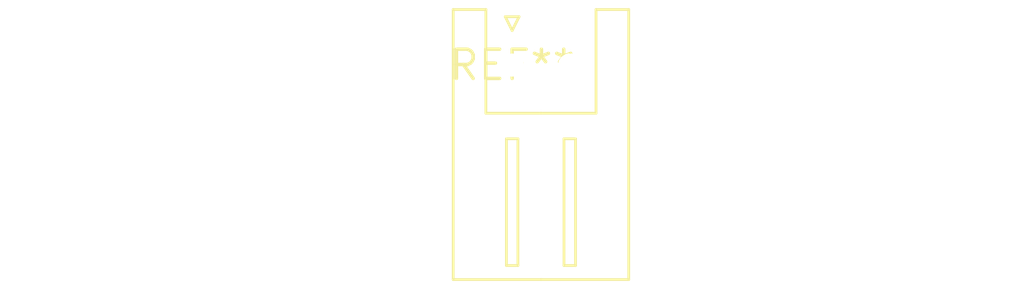
<source format=kicad_pcb>
(kicad_pcb (version 20240108) (generator pcbnew)
  (layers (0 "F.Cu" signal) (31 "B.Cu" signal) (34 "B.Paste" user) (35 "F.Paste" user) (36 "B.SilkS" user "B.Silkscreen") (37 "F.SilkS" user "F.Silkscreen") (38 "B.Mask" user) (39 "F.Mask" user) (44 "Edge.Cuts" user))
  (net 0 "")
  (footprint "JST_XH_S2B-XH-A_1x02_P2.50mm_Horizontal" (layer "F.Cu") (at 0 0)
    (property "Reference" "REF**")
    (property "Value" "JST_XH_S2B-XH-A_1x02_P2.50mm_Horizontal")
    (fp_line (start -2.56 -2.41) (end -1.14 -2.41) (layer "F.SilkS") (stroke (width 0.12)))
    (fp_line (start -2.56 9.31) (end -2.56 -2.41) (layer "F.SilkS") (stroke (width 0.12)))
    (fp_line (start -1.14 -2.41) (end -1.14 2.09) (layer "F.SilkS") (stroke (width 0.12)))
    (fp_line (start -1.14 2.09) (end 1.25 2.09) (layer "F.SilkS") (stroke (width 0.12)))
    (fp_line (start -0.3 -2.1) (end 0.3 -2.1) (layer "F.SilkS") (stroke (width 0.12)))
    (fp_line (start -0.25 3.2) (end -0.25 8.7) (layer "F.SilkS") (stroke (width 0.12)))
    (fp_line (start -0.25 8.7) (end 0.25 8.7) (layer "F.SilkS") (stroke (width 0.12)))
    (fp_line (start 0 -1.5) (end -0.3 -2.1) (layer "F.SilkS") (stroke (width 0.12)))
    (fp_line (start 0.25 3.2) (end -0.25 3.2) (layer "F.SilkS") (stroke (width 0.12)))
    (fp_line (start 0.25 8.7) (end 0.25 3.2) (layer "F.SilkS") (stroke (width 0.12)))
    (fp_line (start 0.3 -2.1) (end 0 -1.5) (layer "F.SilkS") (stroke (width 0.12)))
    (fp_line (start 1.25 9.31) (end -2.56 9.31) (layer "F.SilkS") (stroke (width 0.12)))
    (fp_line (start 1.25 9.31) (end 5.06 9.31) (layer "F.SilkS") (stroke (width 0.12)))
    (fp_line (start 2.25 3.2) (end 2.25 8.7) (layer "F.SilkS") (stroke (width 0.12)))
    (fp_line (start 2.25 8.7) (end 2.75 8.7) (layer "F.SilkS") (stroke (width 0.12)))
    (fp_line (start 2.75 3.2) (end 2.25 3.2) (layer "F.SilkS") (stroke (width 0.12)))
    (fp_line (start 2.75 8.7) (end 2.75 3.2) (layer "F.SilkS") (stroke (width 0.12)))
    (fp_line (start 3.64 -2.41) (end 3.64 2.09) (layer "F.SilkS") (stroke (width 0.12)))
    (fp_line (start 3.64 2.09) (end 1.25 2.09) (layer "F.SilkS") (stroke (width 0.12)))
    (fp_line (start 5.06 -2.41) (end 3.64 -2.41) (layer "F.SilkS") (stroke (width 0.12)))
    (fp_line (start 5.06 9.31) (end 5.06 -2.41) (layer "F.SilkS") (stroke (width 0.12)))
    (pad "1" thru_hole roundrect (at 0 0) (size 1.7 2) (drill 1) (layers *.Cu *.Mask) (remove_unused_layers) (roundrect_rratio 0.147059))
    (pad "2" thru_hole oval (at 2.5 0) (size 1.7 2) (drill 1) (layers *.Cu *.Mask) (remove_unused_layers))
  )
)
</source>
